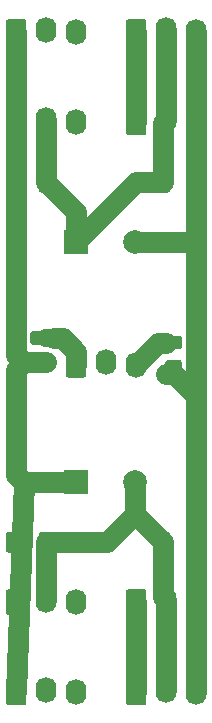
<source format=gbr>
G04 #@! TF.GenerationSoftware,KiCad,Pcbnew,(5.1.5-0-10_14)*
G04 #@! TF.CreationDate,2020-11-05T18:46:50+01:00*
G04 #@! TF.ProjectId,vm000-powerdist,766d3030-302d-4706-9f77-657264697374,rev?*
G04 #@! TF.SameCoordinates,Original*
G04 #@! TF.FileFunction,Copper,L1,Top*
G04 #@! TF.FilePolarity,Positive*
%FSLAX46Y46*%
G04 Gerber Fmt 4.6, Leading zero omitted, Abs format (unit mm)*
G04 Created by KiCad (PCBNEW (5.1.5-0-10_14)) date 2020-11-05 18:46:50*
%MOMM*%
%LPD*%
G04 APERTURE LIST*
%ADD10C,2.000000*%
%ADD11R,2.000000X2.000000*%
%ADD12O,1.740000X2.200000*%
%ADD13C,0.100000*%
%ADD14C,1.800000*%
%ADD15C,1.500000*%
G04 APERTURE END LIST*
D10*
X165020000Y-78740000D03*
D11*
X160020000Y-78740000D03*
D10*
X165020000Y-99060000D03*
D11*
X160020000Y-99060000D03*
D12*
X165100000Y-89100000D03*
X162560000Y-88900000D03*
G04 #@! TA.AperFunction,ComponentPad*
D13*
G36*
X160664505Y-88001204D02*
G01*
X160688773Y-88004804D01*
X160712572Y-88010765D01*
X160735671Y-88019030D01*
X160757850Y-88029520D01*
X160778893Y-88042132D01*
X160798599Y-88056747D01*
X160816777Y-88073223D01*
X160833253Y-88091401D01*
X160847868Y-88111107D01*
X160860480Y-88132150D01*
X160870970Y-88154329D01*
X160879235Y-88177428D01*
X160885196Y-88201227D01*
X160888796Y-88225495D01*
X160890000Y-88249999D01*
X160890000Y-89950001D01*
X160888796Y-89974505D01*
X160885196Y-89998773D01*
X160879235Y-90022572D01*
X160870970Y-90045671D01*
X160860480Y-90067850D01*
X160847868Y-90088893D01*
X160833253Y-90108599D01*
X160816777Y-90126777D01*
X160798599Y-90143253D01*
X160778893Y-90157868D01*
X160757850Y-90170480D01*
X160735671Y-90180970D01*
X160712572Y-90189235D01*
X160688773Y-90195196D01*
X160664505Y-90198796D01*
X160640001Y-90200000D01*
X159399999Y-90200000D01*
X159375495Y-90198796D01*
X159351227Y-90195196D01*
X159327428Y-90189235D01*
X159304329Y-90180970D01*
X159282150Y-90170480D01*
X159261107Y-90157868D01*
X159241401Y-90143253D01*
X159223223Y-90126777D01*
X159206747Y-90108599D01*
X159192132Y-90088893D01*
X159179520Y-90067850D01*
X159169030Y-90045671D01*
X159160765Y-90022572D01*
X159154804Y-89998773D01*
X159151204Y-89974505D01*
X159150000Y-89950001D01*
X159150000Y-88249999D01*
X159151204Y-88225495D01*
X159154804Y-88201227D01*
X159160765Y-88177428D01*
X159169030Y-88154329D01*
X159179520Y-88132150D01*
X159192132Y-88111107D01*
X159206747Y-88091401D01*
X159223223Y-88073223D01*
X159241401Y-88056747D01*
X159261107Y-88042132D01*
X159282150Y-88029520D01*
X159304329Y-88019030D01*
X159327428Y-88010765D01*
X159351227Y-88004804D01*
X159375495Y-88001204D01*
X159399999Y-88000000D01*
X160640001Y-88000000D01*
X160664505Y-88001204D01*
G37*
G04 #@! TD.AperFunction*
D12*
X170180000Y-68580000D03*
X167640000Y-68380000D03*
G04 #@! TA.AperFunction,ComponentPad*
D13*
G36*
X165744505Y-67481204D02*
G01*
X165768773Y-67484804D01*
X165792572Y-67490765D01*
X165815671Y-67499030D01*
X165837850Y-67509520D01*
X165858893Y-67522132D01*
X165878599Y-67536747D01*
X165896777Y-67553223D01*
X165913253Y-67571401D01*
X165927868Y-67591107D01*
X165940480Y-67612150D01*
X165950970Y-67634329D01*
X165959235Y-67657428D01*
X165965196Y-67681227D01*
X165968796Y-67705495D01*
X165970000Y-67729999D01*
X165970000Y-69430001D01*
X165968796Y-69454505D01*
X165965196Y-69478773D01*
X165959235Y-69502572D01*
X165950970Y-69525671D01*
X165940480Y-69547850D01*
X165927868Y-69568893D01*
X165913253Y-69588599D01*
X165896777Y-69606777D01*
X165878599Y-69623253D01*
X165858893Y-69637868D01*
X165837850Y-69650480D01*
X165815671Y-69660970D01*
X165792572Y-69669235D01*
X165768773Y-69675196D01*
X165744505Y-69678796D01*
X165720001Y-69680000D01*
X164479999Y-69680000D01*
X164455495Y-69678796D01*
X164431227Y-69675196D01*
X164407428Y-69669235D01*
X164384329Y-69660970D01*
X164362150Y-69650480D01*
X164341107Y-69637868D01*
X164321401Y-69623253D01*
X164303223Y-69606777D01*
X164286747Y-69588599D01*
X164272132Y-69568893D01*
X164259520Y-69547850D01*
X164249030Y-69525671D01*
X164240765Y-69502572D01*
X164234804Y-69478773D01*
X164231204Y-69454505D01*
X164230000Y-69430001D01*
X164230000Y-67729999D01*
X164231204Y-67705495D01*
X164234804Y-67681227D01*
X164240765Y-67657428D01*
X164249030Y-67634329D01*
X164259520Y-67612150D01*
X164272132Y-67591107D01*
X164286747Y-67571401D01*
X164303223Y-67553223D01*
X164321401Y-67536747D01*
X164341107Y-67522132D01*
X164362150Y-67509520D01*
X164384329Y-67499030D01*
X164407428Y-67490765D01*
X164431227Y-67484804D01*
X164455495Y-67481204D01*
X164479999Y-67480000D01*
X165720001Y-67480000D01*
X165744505Y-67481204D01*
G37*
G04 #@! TD.AperFunction*
D12*
X160020000Y-116840000D03*
X157480000Y-116640000D03*
G04 #@! TA.AperFunction,ComponentPad*
D13*
G36*
X155584505Y-115741204D02*
G01*
X155608773Y-115744804D01*
X155632572Y-115750765D01*
X155655671Y-115759030D01*
X155677850Y-115769520D01*
X155698893Y-115782132D01*
X155718599Y-115796747D01*
X155736777Y-115813223D01*
X155753253Y-115831401D01*
X155767868Y-115851107D01*
X155780480Y-115872150D01*
X155790970Y-115894329D01*
X155799235Y-115917428D01*
X155805196Y-115941227D01*
X155808796Y-115965495D01*
X155810000Y-115989999D01*
X155810000Y-117690001D01*
X155808796Y-117714505D01*
X155805196Y-117738773D01*
X155799235Y-117762572D01*
X155790970Y-117785671D01*
X155780480Y-117807850D01*
X155767868Y-117828893D01*
X155753253Y-117848599D01*
X155736777Y-117866777D01*
X155718599Y-117883253D01*
X155698893Y-117897868D01*
X155677850Y-117910480D01*
X155655671Y-117920970D01*
X155632572Y-117929235D01*
X155608773Y-117935196D01*
X155584505Y-117938796D01*
X155560001Y-117940000D01*
X154319999Y-117940000D01*
X154295495Y-117938796D01*
X154271227Y-117935196D01*
X154247428Y-117929235D01*
X154224329Y-117920970D01*
X154202150Y-117910480D01*
X154181107Y-117897868D01*
X154161401Y-117883253D01*
X154143223Y-117866777D01*
X154126747Y-117848599D01*
X154112132Y-117828893D01*
X154099520Y-117807850D01*
X154089030Y-117785671D01*
X154080765Y-117762572D01*
X154074804Y-117738773D01*
X154071204Y-117714505D01*
X154070000Y-117690001D01*
X154070000Y-115989999D01*
X154071204Y-115965495D01*
X154074804Y-115941227D01*
X154080765Y-115917428D01*
X154089030Y-115894329D01*
X154099520Y-115872150D01*
X154112132Y-115851107D01*
X154126747Y-115831401D01*
X154143223Y-115813223D01*
X154161401Y-115796747D01*
X154181107Y-115782132D01*
X154202150Y-115769520D01*
X154224329Y-115759030D01*
X154247428Y-115750765D01*
X154271227Y-115744804D01*
X154295495Y-115741204D01*
X154319999Y-115740000D01*
X155560001Y-115740000D01*
X155584505Y-115741204D01*
G37*
G04 #@! TD.AperFunction*
D12*
X170180000Y-60960000D03*
X167640000Y-60760000D03*
G04 #@! TA.AperFunction,ComponentPad*
D13*
G36*
X165744505Y-59861204D02*
G01*
X165768773Y-59864804D01*
X165792572Y-59870765D01*
X165815671Y-59879030D01*
X165837850Y-59889520D01*
X165858893Y-59902132D01*
X165878599Y-59916747D01*
X165896777Y-59933223D01*
X165913253Y-59951401D01*
X165927868Y-59971107D01*
X165940480Y-59992150D01*
X165950970Y-60014329D01*
X165959235Y-60037428D01*
X165965196Y-60061227D01*
X165968796Y-60085495D01*
X165970000Y-60109999D01*
X165970000Y-61810001D01*
X165968796Y-61834505D01*
X165965196Y-61858773D01*
X165959235Y-61882572D01*
X165950970Y-61905671D01*
X165940480Y-61927850D01*
X165927868Y-61948893D01*
X165913253Y-61968599D01*
X165896777Y-61986777D01*
X165878599Y-62003253D01*
X165858893Y-62017868D01*
X165837850Y-62030480D01*
X165815671Y-62040970D01*
X165792572Y-62049235D01*
X165768773Y-62055196D01*
X165744505Y-62058796D01*
X165720001Y-62060000D01*
X164479999Y-62060000D01*
X164455495Y-62058796D01*
X164431227Y-62055196D01*
X164407428Y-62049235D01*
X164384329Y-62040970D01*
X164362150Y-62030480D01*
X164341107Y-62017868D01*
X164321401Y-62003253D01*
X164303223Y-61986777D01*
X164286747Y-61968599D01*
X164272132Y-61948893D01*
X164259520Y-61927850D01*
X164249030Y-61905671D01*
X164240765Y-61882572D01*
X164234804Y-61858773D01*
X164231204Y-61834505D01*
X164230000Y-61810001D01*
X164230000Y-60109999D01*
X164231204Y-60085495D01*
X164234804Y-60061227D01*
X164240765Y-60037428D01*
X164249030Y-60014329D01*
X164259520Y-59992150D01*
X164272132Y-59971107D01*
X164286747Y-59951401D01*
X164303223Y-59933223D01*
X164321401Y-59916747D01*
X164341107Y-59902132D01*
X164362150Y-59889520D01*
X164384329Y-59879030D01*
X164407428Y-59870765D01*
X164431227Y-59864804D01*
X164455495Y-59861204D01*
X164479999Y-59860000D01*
X165720001Y-59860000D01*
X165744505Y-59861204D01*
G37*
G04 #@! TD.AperFunction*
D12*
X170180000Y-116840000D03*
X167640000Y-116640000D03*
G04 #@! TA.AperFunction,ComponentPad*
D13*
G36*
X165744505Y-115741204D02*
G01*
X165768773Y-115744804D01*
X165792572Y-115750765D01*
X165815671Y-115759030D01*
X165837850Y-115769520D01*
X165858893Y-115782132D01*
X165878599Y-115796747D01*
X165896777Y-115813223D01*
X165913253Y-115831401D01*
X165927868Y-115851107D01*
X165940480Y-115872150D01*
X165950970Y-115894329D01*
X165959235Y-115917428D01*
X165965196Y-115941227D01*
X165968796Y-115965495D01*
X165970000Y-115989999D01*
X165970000Y-117690001D01*
X165968796Y-117714505D01*
X165965196Y-117738773D01*
X165959235Y-117762572D01*
X165950970Y-117785671D01*
X165940480Y-117807850D01*
X165927868Y-117828893D01*
X165913253Y-117848599D01*
X165896777Y-117866777D01*
X165878599Y-117883253D01*
X165858893Y-117897868D01*
X165837850Y-117910480D01*
X165815671Y-117920970D01*
X165792572Y-117929235D01*
X165768773Y-117935196D01*
X165744505Y-117938796D01*
X165720001Y-117940000D01*
X164479999Y-117940000D01*
X164455495Y-117938796D01*
X164431227Y-117935196D01*
X164407428Y-117929235D01*
X164384329Y-117920970D01*
X164362150Y-117910480D01*
X164341107Y-117897868D01*
X164321401Y-117883253D01*
X164303223Y-117866777D01*
X164286747Y-117848599D01*
X164272132Y-117828893D01*
X164259520Y-117807850D01*
X164249030Y-117785671D01*
X164240765Y-117762572D01*
X164234804Y-117738773D01*
X164231204Y-117714505D01*
X164230000Y-117690001D01*
X164230000Y-115989999D01*
X164231204Y-115965495D01*
X164234804Y-115941227D01*
X164240765Y-115917428D01*
X164249030Y-115894329D01*
X164259520Y-115872150D01*
X164272132Y-115851107D01*
X164286747Y-115831401D01*
X164303223Y-115813223D01*
X164321401Y-115796747D01*
X164341107Y-115782132D01*
X164362150Y-115769520D01*
X164384329Y-115759030D01*
X164407428Y-115750765D01*
X164431227Y-115744804D01*
X164455495Y-115741204D01*
X164479999Y-115740000D01*
X165720001Y-115740000D01*
X165744505Y-115741204D01*
G37*
G04 #@! TD.AperFunction*
D12*
X160020000Y-68580000D03*
X157480000Y-68380000D03*
G04 #@! TA.AperFunction,ComponentPad*
D13*
G36*
X155584505Y-67481204D02*
G01*
X155608773Y-67484804D01*
X155632572Y-67490765D01*
X155655671Y-67499030D01*
X155677850Y-67509520D01*
X155698893Y-67522132D01*
X155718599Y-67536747D01*
X155736777Y-67553223D01*
X155753253Y-67571401D01*
X155767868Y-67591107D01*
X155780480Y-67612150D01*
X155790970Y-67634329D01*
X155799235Y-67657428D01*
X155805196Y-67681227D01*
X155808796Y-67705495D01*
X155810000Y-67729999D01*
X155810000Y-69430001D01*
X155808796Y-69454505D01*
X155805196Y-69478773D01*
X155799235Y-69502572D01*
X155790970Y-69525671D01*
X155780480Y-69547850D01*
X155767868Y-69568893D01*
X155753253Y-69588599D01*
X155736777Y-69606777D01*
X155718599Y-69623253D01*
X155698893Y-69637868D01*
X155677850Y-69650480D01*
X155655671Y-69660970D01*
X155632572Y-69669235D01*
X155608773Y-69675196D01*
X155584505Y-69678796D01*
X155560001Y-69680000D01*
X154319999Y-69680000D01*
X154295495Y-69678796D01*
X154271227Y-69675196D01*
X154247428Y-69669235D01*
X154224329Y-69660970D01*
X154202150Y-69650480D01*
X154181107Y-69637868D01*
X154161401Y-69623253D01*
X154143223Y-69606777D01*
X154126747Y-69588599D01*
X154112132Y-69568893D01*
X154099520Y-69547850D01*
X154089030Y-69525671D01*
X154080765Y-69502572D01*
X154074804Y-69478773D01*
X154071204Y-69454505D01*
X154070000Y-69430001D01*
X154070000Y-67729999D01*
X154071204Y-67705495D01*
X154074804Y-67681227D01*
X154080765Y-67657428D01*
X154089030Y-67634329D01*
X154099520Y-67612150D01*
X154112132Y-67591107D01*
X154126747Y-67571401D01*
X154143223Y-67553223D01*
X154161401Y-67536747D01*
X154181107Y-67522132D01*
X154202150Y-67509520D01*
X154224329Y-67499030D01*
X154247428Y-67490765D01*
X154271227Y-67484804D01*
X154295495Y-67481204D01*
X154319999Y-67480000D01*
X155560001Y-67480000D01*
X155584505Y-67481204D01*
G37*
G04 #@! TD.AperFunction*
D12*
X170180000Y-109220000D03*
X167640000Y-109020000D03*
G04 #@! TA.AperFunction,ComponentPad*
D13*
G36*
X165744505Y-108121204D02*
G01*
X165768773Y-108124804D01*
X165792572Y-108130765D01*
X165815671Y-108139030D01*
X165837850Y-108149520D01*
X165858893Y-108162132D01*
X165878599Y-108176747D01*
X165896777Y-108193223D01*
X165913253Y-108211401D01*
X165927868Y-108231107D01*
X165940480Y-108252150D01*
X165950970Y-108274329D01*
X165959235Y-108297428D01*
X165965196Y-108321227D01*
X165968796Y-108345495D01*
X165970000Y-108369999D01*
X165970000Y-110070001D01*
X165968796Y-110094505D01*
X165965196Y-110118773D01*
X165959235Y-110142572D01*
X165950970Y-110165671D01*
X165940480Y-110187850D01*
X165927868Y-110208893D01*
X165913253Y-110228599D01*
X165896777Y-110246777D01*
X165878599Y-110263253D01*
X165858893Y-110277868D01*
X165837850Y-110290480D01*
X165815671Y-110300970D01*
X165792572Y-110309235D01*
X165768773Y-110315196D01*
X165744505Y-110318796D01*
X165720001Y-110320000D01*
X164479999Y-110320000D01*
X164455495Y-110318796D01*
X164431227Y-110315196D01*
X164407428Y-110309235D01*
X164384329Y-110300970D01*
X164362150Y-110290480D01*
X164341107Y-110277868D01*
X164321401Y-110263253D01*
X164303223Y-110246777D01*
X164286747Y-110228599D01*
X164272132Y-110208893D01*
X164259520Y-110187850D01*
X164249030Y-110165671D01*
X164240765Y-110142572D01*
X164234804Y-110118773D01*
X164231204Y-110094505D01*
X164230000Y-110070001D01*
X164230000Y-108369999D01*
X164231204Y-108345495D01*
X164234804Y-108321227D01*
X164240765Y-108297428D01*
X164249030Y-108274329D01*
X164259520Y-108252150D01*
X164272132Y-108231107D01*
X164286747Y-108211401D01*
X164303223Y-108193223D01*
X164321401Y-108176747D01*
X164341107Y-108162132D01*
X164362150Y-108149520D01*
X164384329Y-108139030D01*
X164407428Y-108130765D01*
X164431227Y-108124804D01*
X164455495Y-108121204D01*
X164479999Y-108120000D01*
X165720001Y-108120000D01*
X165744505Y-108121204D01*
G37*
G04 #@! TD.AperFunction*
D12*
X160020000Y-60960000D03*
X157480000Y-60760000D03*
G04 #@! TA.AperFunction,ComponentPad*
D13*
G36*
X155584505Y-59861204D02*
G01*
X155608773Y-59864804D01*
X155632572Y-59870765D01*
X155655671Y-59879030D01*
X155677850Y-59889520D01*
X155698893Y-59902132D01*
X155718599Y-59916747D01*
X155736777Y-59933223D01*
X155753253Y-59951401D01*
X155767868Y-59971107D01*
X155780480Y-59992150D01*
X155790970Y-60014329D01*
X155799235Y-60037428D01*
X155805196Y-60061227D01*
X155808796Y-60085495D01*
X155810000Y-60109999D01*
X155810000Y-61810001D01*
X155808796Y-61834505D01*
X155805196Y-61858773D01*
X155799235Y-61882572D01*
X155790970Y-61905671D01*
X155780480Y-61927850D01*
X155767868Y-61948893D01*
X155753253Y-61968599D01*
X155736777Y-61986777D01*
X155718599Y-62003253D01*
X155698893Y-62017868D01*
X155677850Y-62030480D01*
X155655671Y-62040970D01*
X155632572Y-62049235D01*
X155608773Y-62055196D01*
X155584505Y-62058796D01*
X155560001Y-62060000D01*
X154319999Y-62060000D01*
X154295495Y-62058796D01*
X154271227Y-62055196D01*
X154247428Y-62049235D01*
X154224329Y-62040970D01*
X154202150Y-62030480D01*
X154181107Y-62017868D01*
X154161401Y-62003253D01*
X154143223Y-61986777D01*
X154126747Y-61968599D01*
X154112132Y-61948893D01*
X154099520Y-61927850D01*
X154089030Y-61905671D01*
X154080765Y-61882572D01*
X154074804Y-61858773D01*
X154071204Y-61834505D01*
X154070000Y-61810001D01*
X154070000Y-60109999D01*
X154071204Y-60085495D01*
X154074804Y-60061227D01*
X154080765Y-60037428D01*
X154089030Y-60014329D01*
X154099520Y-59992150D01*
X154112132Y-59971107D01*
X154126747Y-59951401D01*
X154143223Y-59933223D01*
X154161401Y-59916747D01*
X154181107Y-59902132D01*
X154202150Y-59889520D01*
X154224329Y-59879030D01*
X154247428Y-59870765D01*
X154271227Y-59864804D01*
X154295495Y-59861204D01*
X154319999Y-59860000D01*
X155560001Y-59860000D01*
X155584505Y-59861204D01*
G37*
G04 #@! TD.AperFunction*
D12*
X160020000Y-109220000D03*
X157480000Y-109020000D03*
G04 #@! TA.AperFunction,ComponentPad*
D13*
G36*
X155584505Y-108121204D02*
G01*
X155608773Y-108124804D01*
X155632572Y-108130765D01*
X155655671Y-108139030D01*
X155677850Y-108149520D01*
X155698893Y-108162132D01*
X155718599Y-108176747D01*
X155736777Y-108193223D01*
X155753253Y-108211401D01*
X155767868Y-108231107D01*
X155780480Y-108252150D01*
X155790970Y-108274329D01*
X155799235Y-108297428D01*
X155805196Y-108321227D01*
X155808796Y-108345495D01*
X155810000Y-108369999D01*
X155810000Y-110070001D01*
X155808796Y-110094505D01*
X155805196Y-110118773D01*
X155799235Y-110142572D01*
X155790970Y-110165671D01*
X155780480Y-110187850D01*
X155767868Y-110208893D01*
X155753253Y-110228599D01*
X155736777Y-110246777D01*
X155718599Y-110263253D01*
X155698893Y-110277868D01*
X155677850Y-110290480D01*
X155655671Y-110300970D01*
X155632572Y-110309235D01*
X155608773Y-110315196D01*
X155584505Y-110318796D01*
X155560001Y-110320000D01*
X154319999Y-110320000D01*
X154295495Y-110318796D01*
X154271227Y-110315196D01*
X154247428Y-110309235D01*
X154224329Y-110300970D01*
X154202150Y-110290480D01*
X154181107Y-110277868D01*
X154161401Y-110263253D01*
X154143223Y-110246777D01*
X154126747Y-110228599D01*
X154112132Y-110208893D01*
X154099520Y-110187850D01*
X154089030Y-110165671D01*
X154080765Y-110142572D01*
X154074804Y-110118773D01*
X154071204Y-110094505D01*
X154070000Y-110070001D01*
X154070000Y-108369999D01*
X154071204Y-108345495D01*
X154074804Y-108321227D01*
X154080765Y-108297428D01*
X154089030Y-108274329D01*
X154099520Y-108252150D01*
X154112132Y-108231107D01*
X154126747Y-108211401D01*
X154143223Y-108193223D01*
X154161401Y-108176747D01*
X154181107Y-108162132D01*
X154202150Y-108149520D01*
X154224329Y-108139030D01*
X154247428Y-108130765D01*
X154271227Y-108124804D01*
X154295495Y-108121204D01*
X154319999Y-108120000D01*
X155560001Y-108120000D01*
X155584505Y-108121204D01*
G37*
G04 #@! TD.AperFunction*
G04 #@! TA.AperFunction,SMDPad,CuDef*
G36*
X168749505Y-86666204D02*
G01*
X168773773Y-86669804D01*
X168797572Y-86675765D01*
X168820671Y-86684030D01*
X168842850Y-86694520D01*
X168863893Y-86707132D01*
X168883599Y-86721747D01*
X168901777Y-86738223D01*
X168918253Y-86756401D01*
X168932868Y-86776107D01*
X168945480Y-86797150D01*
X168955970Y-86819329D01*
X168964235Y-86842428D01*
X168970196Y-86866227D01*
X168973796Y-86890495D01*
X168975000Y-86914999D01*
X168975000Y-87565001D01*
X168973796Y-87589505D01*
X168970196Y-87613773D01*
X168964235Y-87637572D01*
X168955970Y-87660671D01*
X168945480Y-87682850D01*
X168932868Y-87703893D01*
X168918253Y-87723599D01*
X168901777Y-87741777D01*
X168883599Y-87758253D01*
X168863893Y-87772868D01*
X168842850Y-87785480D01*
X168820671Y-87795970D01*
X168797572Y-87804235D01*
X168773773Y-87810196D01*
X168749505Y-87813796D01*
X168725001Y-87815000D01*
X167824999Y-87815000D01*
X167800495Y-87813796D01*
X167776227Y-87810196D01*
X167752428Y-87804235D01*
X167729329Y-87795970D01*
X167707150Y-87785480D01*
X167686107Y-87772868D01*
X167666401Y-87758253D01*
X167648223Y-87741777D01*
X167631747Y-87723599D01*
X167617132Y-87703893D01*
X167604520Y-87682850D01*
X167594030Y-87660671D01*
X167585765Y-87637572D01*
X167579804Y-87613773D01*
X167576204Y-87589505D01*
X167575000Y-87565001D01*
X167575000Y-86914999D01*
X167576204Y-86890495D01*
X167579804Y-86866227D01*
X167585765Y-86842428D01*
X167594030Y-86819329D01*
X167604520Y-86797150D01*
X167617132Y-86776107D01*
X167631747Y-86756401D01*
X167648223Y-86738223D01*
X167666401Y-86721747D01*
X167686107Y-86707132D01*
X167707150Y-86694520D01*
X167729329Y-86684030D01*
X167752428Y-86675765D01*
X167776227Y-86669804D01*
X167800495Y-86666204D01*
X167824999Y-86665000D01*
X168725001Y-86665000D01*
X168749505Y-86666204D01*
G37*
G04 #@! TD.AperFunction*
G04 #@! TA.AperFunction,SMDPad,CuDef*
G36*
X168749505Y-88716204D02*
G01*
X168773773Y-88719804D01*
X168797572Y-88725765D01*
X168820671Y-88734030D01*
X168842850Y-88744520D01*
X168863893Y-88757132D01*
X168883599Y-88771747D01*
X168901777Y-88788223D01*
X168918253Y-88806401D01*
X168932868Y-88826107D01*
X168945480Y-88847150D01*
X168955970Y-88869329D01*
X168964235Y-88892428D01*
X168970196Y-88916227D01*
X168973796Y-88940495D01*
X168975000Y-88964999D01*
X168975000Y-89615001D01*
X168973796Y-89639505D01*
X168970196Y-89663773D01*
X168964235Y-89687572D01*
X168955970Y-89710671D01*
X168945480Y-89732850D01*
X168932868Y-89753893D01*
X168918253Y-89773599D01*
X168901777Y-89791777D01*
X168883599Y-89808253D01*
X168863893Y-89822868D01*
X168842850Y-89835480D01*
X168820671Y-89845970D01*
X168797572Y-89854235D01*
X168773773Y-89860196D01*
X168749505Y-89863796D01*
X168725001Y-89865000D01*
X167824999Y-89865000D01*
X167800495Y-89863796D01*
X167776227Y-89860196D01*
X167752428Y-89854235D01*
X167729329Y-89845970D01*
X167707150Y-89835480D01*
X167686107Y-89822868D01*
X167666401Y-89808253D01*
X167648223Y-89791777D01*
X167631747Y-89773599D01*
X167617132Y-89753893D01*
X167604520Y-89732850D01*
X167594030Y-89710671D01*
X167585765Y-89687572D01*
X167579804Y-89663773D01*
X167576204Y-89639505D01*
X167575000Y-89615001D01*
X167575000Y-88964999D01*
X167576204Y-88940495D01*
X167579804Y-88916227D01*
X167585765Y-88892428D01*
X167594030Y-88869329D01*
X167604520Y-88847150D01*
X167617132Y-88826107D01*
X167631747Y-88806401D01*
X167648223Y-88788223D01*
X167666401Y-88771747D01*
X167686107Y-88757132D01*
X167707150Y-88744520D01*
X167729329Y-88734030D01*
X167752428Y-88725765D01*
X167776227Y-88719804D01*
X167800495Y-88716204D01*
X167824999Y-88715000D01*
X168725001Y-88715000D01*
X168749505Y-88716204D01*
G37*
G04 #@! TD.AperFunction*
G04 #@! TA.AperFunction,SMDPad,CuDef*
G36*
X157319505Y-86276204D02*
G01*
X157343773Y-86279804D01*
X157367572Y-86285765D01*
X157390671Y-86294030D01*
X157412850Y-86304520D01*
X157433893Y-86317132D01*
X157453599Y-86331747D01*
X157471777Y-86348223D01*
X157488253Y-86366401D01*
X157502868Y-86386107D01*
X157515480Y-86407150D01*
X157525970Y-86429329D01*
X157534235Y-86452428D01*
X157540196Y-86476227D01*
X157543796Y-86500495D01*
X157545000Y-86524999D01*
X157545000Y-87175001D01*
X157543796Y-87199505D01*
X157540196Y-87223773D01*
X157534235Y-87247572D01*
X157525970Y-87270671D01*
X157515480Y-87292850D01*
X157502868Y-87313893D01*
X157488253Y-87333599D01*
X157471777Y-87351777D01*
X157453599Y-87368253D01*
X157433893Y-87382868D01*
X157412850Y-87395480D01*
X157390671Y-87405970D01*
X157367572Y-87414235D01*
X157343773Y-87420196D01*
X157319505Y-87423796D01*
X157295001Y-87425000D01*
X156394999Y-87425000D01*
X156370495Y-87423796D01*
X156346227Y-87420196D01*
X156322428Y-87414235D01*
X156299329Y-87405970D01*
X156277150Y-87395480D01*
X156256107Y-87382868D01*
X156236401Y-87368253D01*
X156218223Y-87351777D01*
X156201747Y-87333599D01*
X156187132Y-87313893D01*
X156174520Y-87292850D01*
X156164030Y-87270671D01*
X156155765Y-87247572D01*
X156149804Y-87223773D01*
X156146204Y-87199505D01*
X156145000Y-87175001D01*
X156145000Y-86524999D01*
X156146204Y-86500495D01*
X156149804Y-86476227D01*
X156155765Y-86452428D01*
X156164030Y-86429329D01*
X156174520Y-86407150D01*
X156187132Y-86386107D01*
X156201747Y-86366401D01*
X156218223Y-86348223D01*
X156236401Y-86331747D01*
X156256107Y-86317132D01*
X156277150Y-86304520D01*
X156299329Y-86294030D01*
X156322428Y-86285765D01*
X156346227Y-86279804D01*
X156370495Y-86276204D01*
X156394999Y-86275000D01*
X157295001Y-86275000D01*
X157319505Y-86276204D01*
G37*
G04 #@! TD.AperFunction*
G04 #@! TA.AperFunction,SMDPad,CuDef*
G36*
X157319505Y-88326204D02*
G01*
X157343773Y-88329804D01*
X157367572Y-88335765D01*
X157390671Y-88344030D01*
X157412850Y-88354520D01*
X157433893Y-88367132D01*
X157453599Y-88381747D01*
X157471777Y-88398223D01*
X157488253Y-88416401D01*
X157502868Y-88436107D01*
X157515480Y-88457150D01*
X157525970Y-88479329D01*
X157534235Y-88502428D01*
X157540196Y-88526227D01*
X157543796Y-88550495D01*
X157545000Y-88574999D01*
X157545000Y-89225001D01*
X157543796Y-89249505D01*
X157540196Y-89273773D01*
X157534235Y-89297572D01*
X157525970Y-89320671D01*
X157515480Y-89342850D01*
X157502868Y-89363893D01*
X157488253Y-89383599D01*
X157471777Y-89401777D01*
X157453599Y-89418253D01*
X157433893Y-89432868D01*
X157412850Y-89445480D01*
X157390671Y-89455970D01*
X157367572Y-89464235D01*
X157343773Y-89470196D01*
X157319505Y-89473796D01*
X157295001Y-89475000D01*
X156394999Y-89475000D01*
X156370495Y-89473796D01*
X156346227Y-89470196D01*
X156322428Y-89464235D01*
X156299329Y-89455970D01*
X156277150Y-89445480D01*
X156256107Y-89432868D01*
X156236401Y-89418253D01*
X156218223Y-89401777D01*
X156201747Y-89383599D01*
X156187132Y-89363893D01*
X156174520Y-89342850D01*
X156164030Y-89320671D01*
X156155765Y-89297572D01*
X156149804Y-89273773D01*
X156146204Y-89249505D01*
X156145000Y-89225001D01*
X156145000Y-88574999D01*
X156146204Y-88550495D01*
X156149804Y-88526227D01*
X156155765Y-88502428D01*
X156164030Y-88479329D01*
X156174520Y-88457150D01*
X156187132Y-88436107D01*
X156201747Y-88416401D01*
X156218223Y-88398223D01*
X156236401Y-88381747D01*
X156256107Y-88367132D01*
X156277150Y-88354520D01*
X156299329Y-88344030D01*
X156322428Y-88335765D01*
X156346227Y-88329804D01*
X156370495Y-88326204D01*
X156394999Y-88325000D01*
X157295001Y-88325000D01*
X157319505Y-88326204D01*
G37*
G04 #@! TD.AperFunction*
G04 #@! TA.AperFunction,SMDPad,CuDef*
G36*
X170579504Y-103266204D02*
G01*
X170603773Y-103269804D01*
X170627571Y-103275765D01*
X170650671Y-103284030D01*
X170672849Y-103294520D01*
X170693893Y-103307133D01*
X170713598Y-103321747D01*
X170731777Y-103338223D01*
X170748253Y-103356402D01*
X170762867Y-103376107D01*
X170775480Y-103397151D01*
X170785970Y-103419329D01*
X170794235Y-103442429D01*
X170800196Y-103466227D01*
X170803796Y-103490496D01*
X170805000Y-103515000D01*
X170805000Y-104765000D01*
X170803796Y-104789504D01*
X170800196Y-104813773D01*
X170794235Y-104837571D01*
X170785970Y-104860671D01*
X170775480Y-104882849D01*
X170762867Y-104903893D01*
X170748253Y-104923598D01*
X170731777Y-104941777D01*
X170713598Y-104958253D01*
X170693893Y-104972867D01*
X170672849Y-104985480D01*
X170650671Y-104995970D01*
X170627571Y-105004235D01*
X170603773Y-105010196D01*
X170579504Y-105013796D01*
X170555000Y-105015000D01*
X169805000Y-105015000D01*
X169780496Y-105013796D01*
X169756227Y-105010196D01*
X169732429Y-105004235D01*
X169709329Y-104995970D01*
X169687151Y-104985480D01*
X169666107Y-104972867D01*
X169646402Y-104958253D01*
X169628223Y-104941777D01*
X169611747Y-104923598D01*
X169597133Y-104903893D01*
X169584520Y-104882849D01*
X169574030Y-104860671D01*
X169565765Y-104837571D01*
X169559804Y-104813773D01*
X169556204Y-104789504D01*
X169555000Y-104765000D01*
X169555000Y-103515000D01*
X169556204Y-103490496D01*
X169559804Y-103466227D01*
X169565765Y-103442429D01*
X169574030Y-103419329D01*
X169584520Y-103397151D01*
X169597133Y-103376107D01*
X169611747Y-103356402D01*
X169628223Y-103338223D01*
X169646402Y-103321747D01*
X169666107Y-103307133D01*
X169687151Y-103294520D01*
X169709329Y-103284030D01*
X169732429Y-103275765D01*
X169756227Y-103269804D01*
X169780496Y-103266204D01*
X169805000Y-103265000D01*
X170555000Y-103265000D01*
X170579504Y-103266204D01*
G37*
G04 #@! TD.AperFunction*
G04 #@! TA.AperFunction,SMDPad,CuDef*
G36*
X167779504Y-103266204D02*
G01*
X167803773Y-103269804D01*
X167827571Y-103275765D01*
X167850671Y-103284030D01*
X167872849Y-103294520D01*
X167893893Y-103307133D01*
X167913598Y-103321747D01*
X167931777Y-103338223D01*
X167948253Y-103356402D01*
X167962867Y-103376107D01*
X167975480Y-103397151D01*
X167985970Y-103419329D01*
X167994235Y-103442429D01*
X168000196Y-103466227D01*
X168003796Y-103490496D01*
X168005000Y-103515000D01*
X168005000Y-104765000D01*
X168003796Y-104789504D01*
X168000196Y-104813773D01*
X167994235Y-104837571D01*
X167985970Y-104860671D01*
X167975480Y-104882849D01*
X167962867Y-104903893D01*
X167948253Y-104923598D01*
X167931777Y-104941777D01*
X167913598Y-104958253D01*
X167893893Y-104972867D01*
X167872849Y-104985480D01*
X167850671Y-104995970D01*
X167827571Y-105004235D01*
X167803773Y-105010196D01*
X167779504Y-105013796D01*
X167755000Y-105015000D01*
X167005000Y-105015000D01*
X166980496Y-105013796D01*
X166956227Y-105010196D01*
X166932429Y-105004235D01*
X166909329Y-104995970D01*
X166887151Y-104985480D01*
X166866107Y-104972867D01*
X166846402Y-104958253D01*
X166828223Y-104941777D01*
X166811747Y-104923598D01*
X166797133Y-104903893D01*
X166784520Y-104882849D01*
X166774030Y-104860671D01*
X166765765Y-104837571D01*
X166759804Y-104813773D01*
X166756204Y-104789504D01*
X166755000Y-104765000D01*
X166755000Y-103515000D01*
X166756204Y-103490496D01*
X166759804Y-103466227D01*
X166765765Y-103442429D01*
X166774030Y-103419329D01*
X166784520Y-103397151D01*
X166797133Y-103376107D01*
X166811747Y-103356402D01*
X166828223Y-103338223D01*
X166846402Y-103321747D01*
X166866107Y-103307133D01*
X166887151Y-103294520D01*
X166909329Y-103284030D01*
X166932429Y-103275765D01*
X166956227Y-103269804D01*
X166980496Y-103266204D01*
X167005000Y-103265000D01*
X167755000Y-103265000D01*
X167779504Y-103266204D01*
G37*
G04 #@! TD.AperFunction*
G04 #@! TA.AperFunction,SMDPad,CuDef*
G36*
X170579504Y-72786204D02*
G01*
X170603773Y-72789804D01*
X170627571Y-72795765D01*
X170650671Y-72804030D01*
X170672849Y-72814520D01*
X170693893Y-72827133D01*
X170713598Y-72841747D01*
X170731777Y-72858223D01*
X170748253Y-72876402D01*
X170762867Y-72896107D01*
X170775480Y-72917151D01*
X170785970Y-72939329D01*
X170794235Y-72962429D01*
X170800196Y-72986227D01*
X170803796Y-73010496D01*
X170805000Y-73035000D01*
X170805000Y-74285000D01*
X170803796Y-74309504D01*
X170800196Y-74333773D01*
X170794235Y-74357571D01*
X170785970Y-74380671D01*
X170775480Y-74402849D01*
X170762867Y-74423893D01*
X170748253Y-74443598D01*
X170731777Y-74461777D01*
X170713598Y-74478253D01*
X170693893Y-74492867D01*
X170672849Y-74505480D01*
X170650671Y-74515970D01*
X170627571Y-74524235D01*
X170603773Y-74530196D01*
X170579504Y-74533796D01*
X170555000Y-74535000D01*
X169805000Y-74535000D01*
X169780496Y-74533796D01*
X169756227Y-74530196D01*
X169732429Y-74524235D01*
X169709329Y-74515970D01*
X169687151Y-74505480D01*
X169666107Y-74492867D01*
X169646402Y-74478253D01*
X169628223Y-74461777D01*
X169611747Y-74443598D01*
X169597133Y-74423893D01*
X169584520Y-74402849D01*
X169574030Y-74380671D01*
X169565765Y-74357571D01*
X169559804Y-74333773D01*
X169556204Y-74309504D01*
X169555000Y-74285000D01*
X169555000Y-73035000D01*
X169556204Y-73010496D01*
X169559804Y-72986227D01*
X169565765Y-72962429D01*
X169574030Y-72939329D01*
X169584520Y-72917151D01*
X169597133Y-72896107D01*
X169611747Y-72876402D01*
X169628223Y-72858223D01*
X169646402Y-72841747D01*
X169666107Y-72827133D01*
X169687151Y-72814520D01*
X169709329Y-72804030D01*
X169732429Y-72795765D01*
X169756227Y-72789804D01*
X169780496Y-72786204D01*
X169805000Y-72785000D01*
X170555000Y-72785000D01*
X170579504Y-72786204D01*
G37*
G04 #@! TD.AperFunction*
G04 #@! TA.AperFunction,SMDPad,CuDef*
G36*
X167779504Y-72786204D02*
G01*
X167803773Y-72789804D01*
X167827571Y-72795765D01*
X167850671Y-72804030D01*
X167872849Y-72814520D01*
X167893893Y-72827133D01*
X167913598Y-72841747D01*
X167931777Y-72858223D01*
X167948253Y-72876402D01*
X167962867Y-72896107D01*
X167975480Y-72917151D01*
X167985970Y-72939329D01*
X167994235Y-72962429D01*
X168000196Y-72986227D01*
X168003796Y-73010496D01*
X168005000Y-73035000D01*
X168005000Y-74285000D01*
X168003796Y-74309504D01*
X168000196Y-74333773D01*
X167994235Y-74357571D01*
X167985970Y-74380671D01*
X167975480Y-74402849D01*
X167962867Y-74423893D01*
X167948253Y-74443598D01*
X167931777Y-74461777D01*
X167913598Y-74478253D01*
X167893893Y-74492867D01*
X167872849Y-74505480D01*
X167850671Y-74515970D01*
X167827571Y-74524235D01*
X167803773Y-74530196D01*
X167779504Y-74533796D01*
X167755000Y-74535000D01*
X167005000Y-74535000D01*
X166980496Y-74533796D01*
X166956227Y-74530196D01*
X166932429Y-74524235D01*
X166909329Y-74515970D01*
X166887151Y-74505480D01*
X166866107Y-74492867D01*
X166846402Y-74478253D01*
X166828223Y-74461777D01*
X166811747Y-74443598D01*
X166797133Y-74423893D01*
X166784520Y-74402849D01*
X166774030Y-74380671D01*
X166765765Y-74357571D01*
X166759804Y-74333773D01*
X166756204Y-74309504D01*
X166755000Y-74285000D01*
X166755000Y-73035000D01*
X166756204Y-73010496D01*
X166759804Y-72986227D01*
X166765765Y-72962429D01*
X166774030Y-72939329D01*
X166784520Y-72917151D01*
X166797133Y-72896107D01*
X166811747Y-72876402D01*
X166828223Y-72858223D01*
X166846402Y-72841747D01*
X166866107Y-72827133D01*
X166887151Y-72814520D01*
X166909329Y-72804030D01*
X166932429Y-72795765D01*
X166956227Y-72789804D01*
X166980496Y-72786204D01*
X167005000Y-72785000D01*
X167755000Y-72785000D01*
X167779504Y-72786204D01*
G37*
G04 #@! TD.AperFunction*
G04 #@! TA.AperFunction,SMDPad,CuDef*
G36*
X157879504Y-103266204D02*
G01*
X157903773Y-103269804D01*
X157927571Y-103275765D01*
X157950671Y-103284030D01*
X157972849Y-103294520D01*
X157993893Y-103307133D01*
X158013598Y-103321747D01*
X158031777Y-103338223D01*
X158048253Y-103356402D01*
X158062867Y-103376107D01*
X158075480Y-103397151D01*
X158085970Y-103419329D01*
X158094235Y-103442429D01*
X158100196Y-103466227D01*
X158103796Y-103490496D01*
X158105000Y-103515000D01*
X158105000Y-104765000D01*
X158103796Y-104789504D01*
X158100196Y-104813773D01*
X158094235Y-104837571D01*
X158085970Y-104860671D01*
X158075480Y-104882849D01*
X158062867Y-104903893D01*
X158048253Y-104923598D01*
X158031777Y-104941777D01*
X158013598Y-104958253D01*
X157993893Y-104972867D01*
X157972849Y-104985480D01*
X157950671Y-104995970D01*
X157927571Y-105004235D01*
X157903773Y-105010196D01*
X157879504Y-105013796D01*
X157855000Y-105015000D01*
X157105000Y-105015000D01*
X157080496Y-105013796D01*
X157056227Y-105010196D01*
X157032429Y-105004235D01*
X157009329Y-104995970D01*
X156987151Y-104985480D01*
X156966107Y-104972867D01*
X156946402Y-104958253D01*
X156928223Y-104941777D01*
X156911747Y-104923598D01*
X156897133Y-104903893D01*
X156884520Y-104882849D01*
X156874030Y-104860671D01*
X156865765Y-104837571D01*
X156859804Y-104813773D01*
X156856204Y-104789504D01*
X156855000Y-104765000D01*
X156855000Y-103515000D01*
X156856204Y-103490496D01*
X156859804Y-103466227D01*
X156865765Y-103442429D01*
X156874030Y-103419329D01*
X156884520Y-103397151D01*
X156897133Y-103376107D01*
X156911747Y-103356402D01*
X156928223Y-103338223D01*
X156946402Y-103321747D01*
X156966107Y-103307133D01*
X156987151Y-103294520D01*
X157009329Y-103284030D01*
X157032429Y-103275765D01*
X157056227Y-103269804D01*
X157080496Y-103266204D01*
X157105000Y-103265000D01*
X157855000Y-103265000D01*
X157879504Y-103266204D01*
G37*
G04 #@! TD.AperFunction*
G04 #@! TA.AperFunction,SMDPad,CuDef*
G36*
X155079504Y-103266204D02*
G01*
X155103773Y-103269804D01*
X155127571Y-103275765D01*
X155150671Y-103284030D01*
X155172849Y-103294520D01*
X155193893Y-103307133D01*
X155213598Y-103321747D01*
X155231777Y-103338223D01*
X155248253Y-103356402D01*
X155262867Y-103376107D01*
X155275480Y-103397151D01*
X155285970Y-103419329D01*
X155294235Y-103442429D01*
X155300196Y-103466227D01*
X155303796Y-103490496D01*
X155305000Y-103515000D01*
X155305000Y-104765000D01*
X155303796Y-104789504D01*
X155300196Y-104813773D01*
X155294235Y-104837571D01*
X155285970Y-104860671D01*
X155275480Y-104882849D01*
X155262867Y-104903893D01*
X155248253Y-104923598D01*
X155231777Y-104941777D01*
X155213598Y-104958253D01*
X155193893Y-104972867D01*
X155172849Y-104985480D01*
X155150671Y-104995970D01*
X155127571Y-105004235D01*
X155103773Y-105010196D01*
X155079504Y-105013796D01*
X155055000Y-105015000D01*
X154305000Y-105015000D01*
X154280496Y-105013796D01*
X154256227Y-105010196D01*
X154232429Y-105004235D01*
X154209329Y-104995970D01*
X154187151Y-104985480D01*
X154166107Y-104972867D01*
X154146402Y-104958253D01*
X154128223Y-104941777D01*
X154111747Y-104923598D01*
X154097133Y-104903893D01*
X154084520Y-104882849D01*
X154074030Y-104860671D01*
X154065765Y-104837571D01*
X154059804Y-104813773D01*
X154056204Y-104789504D01*
X154055000Y-104765000D01*
X154055000Y-103515000D01*
X154056204Y-103490496D01*
X154059804Y-103466227D01*
X154065765Y-103442429D01*
X154074030Y-103419329D01*
X154084520Y-103397151D01*
X154097133Y-103376107D01*
X154111747Y-103356402D01*
X154128223Y-103338223D01*
X154146402Y-103321747D01*
X154166107Y-103307133D01*
X154187151Y-103294520D01*
X154209329Y-103284030D01*
X154232429Y-103275765D01*
X154256227Y-103269804D01*
X154280496Y-103266204D01*
X154305000Y-103265000D01*
X155055000Y-103265000D01*
X155079504Y-103266204D01*
G37*
G04 #@! TD.AperFunction*
G04 #@! TA.AperFunction,SMDPad,CuDef*
G36*
X157879504Y-72786204D02*
G01*
X157903773Y-72789804D01*
X157927571Y-72795765D01*
X157950671Y-72804030D01*
X157972849Y-72814520D01*
X157993893Y-72827133D01*
X158013598Y-72841747D01*
X158031777Y-72858223D01*
X158048253Y-72876402D01*
X158062867Y-72896107D01*
X158075480Y-72917151D01*
X158085970Y-72939329D01*
X158094235Y-72962429D01*
X158100196Y-72986227D01*
X158103796Y-73010496D01*
X158105000Y-73035000D01*
X158105000Y-74285000D01*
X158103796Y-74309504D01*
X158100196Y-74333773D01*
X158094235Y-74357571D01*
X158085970Y-74380671D01*
X158075480Y-74402849D01*
X158062867Y-74423893D01*
X158048253Y-74443598D01*
X158031777Y-74461777D01*
X158013598Y-74478253D01*
X157993893Y-74492867D01*
X157972849Y-74505480D01*
X157950671Y-74515970D01*
X157927571Y-74524235D01*
X157903773Y-74530196D01*
X157879504Y-74533796D01*
X157855000Y-74535000D01*
X157105000Y-74535000D01*
X157080496Y-74533796D01*
X157056227Y-74530196D01*
X157032429Y-74524235D01*
X157009329Y-74515970D01*
X156987151Y-74505480D01*
X156966107Y-74492867D01*
X156946402Y-74478253D01*
X156928223Y-74461777D01*
X156911747Y-74443598D01*
X156897133Y-74423893D01*
X156884520Y-74402849D01*
X156874030Y-74380671D01*
X156865765Y-74357571D01*
X156859804Y-74333773D01*
X156856204Y-74309504D01*
X156855000Y-74285000D01*
X156855000Y-73035000D01*
X156856204Y-73010496D01*
X156859804Y-72986227D01*
X156865765Y-72962429D01*
X156874030Y-72939329D01*
X156884520Y-72917151D01*
X156897133Y-72896107D01*
X156911747Y-72876402D01*
X156928223Y-72858223D01*
X156946402Y-72841747D01*
X156966107Y-72827133D01*
X156987151Y-72814520D01*
X157009329Y-72804030D01*
X157032429Y-72795765D01*
X157056227Y-72789804D01*
X157080496Y-72786204D01*
X157105000Y-72785000D01*
X157855000Y-72785000D01*
X157879504Y-72786204D01*
G37*
G04 #@! TD.AperFunction*
G04 #@! TA.AperFunction,SMDPad,CuDef*
G36*
X155079504Y-72786204D02*
G01*
X155103773Y-72789804D01*
X155127571Y-72795765D01*
X155150671Y-72804030D01*
X155172849Y-72814520D01*
X155193893Y-72827133D01*
X155213598Y-72841747D01*
X155231777Y-72858223D01*
X155248253Y-72876402D01*
X155262867Y-72896107D01*
X155275480Y-72917151D01*
X155285970Y-72939329D01*
X155294235Y-72962429D01*
X155300196Y-72986227D01*
X155303796Y-73010496D01*
X155305000Y-73035000D01*
X155305000Y-74285000D01*
X155303796Y-74309504D01*
X155300196Y-74333773D01*
X155294235Y-74357571D01*
X155285970Y-74380671D01*
X155275480Y-74402849D01*
X155262867Y-74423893D01*
X155248253Y-74443598D01*
X155231777Y-74461777D01*
X155213598Y-74478253D01*
X155193893Y-74492867D01*
X155172849Y-74505480D01*
X155150671Y-74515970D01*
X155127571Y-74524235D01*
X155103773Y-74530196D01*
X155079504Y-74533796D01*
X155055000Y-74535000D01*
X154305000Y-74535000D01*
X154280496Y-74533796D01*
X154256227Y-74530196D01*
X154232429Y-74524235D01*
X154209329Y-74515970D01*
X154187151Y-74505480D01*
X154166107Y-74492867D01*
X154146402Y-74478253D01*
X154128223Y-74461777D01*
X154111747Y-74443598D01*
X154097133Y-74423893D01*
X154084520Y-74402849D01*
X154074030Y-74380671D01*
X154065765Y-74357571D01*
X154059804Y-74333773D01*
X154056204Y-74309504D01*
X154055000Y-74285000D01*
X154055000Y-73035000D01*
X154056204Y-73010496D01*
X154059804Y-72986227D01*
X154065765Y-72962429D01*
X154074030Y-72939329D01*
X154084520Y-72917151D01*
X154097133Y-72896107D01*
X154111747Y-72876402D01*
X154128223Y-72858223D01*
X154146402Y-72841747D01*
X154166107Y-72827133D01*
X154187151Y-72814520D01*
X154209329Y-72804030D01*
X154232429Y-72795765D01*
X154256227Y-72789804D01*
X154280496Y-72786204D01*
X154305000Y-72785000D01*
X155055000Y-72785000D01*
X155079504Y-72786204D01*
G37*
G04 #@! TD.AperFunction*
D14*
X160020000Y-76200000D02*
X157480000Y-73660000D01*
X160020000Y-78740000D02*
X160020000Y-76200000D01*
X157480000Y-73660000D02*
X157480000Y-68380000D01*
X165100000Y-73660000D02*
X167380000Y-73660000D01*
X160020000Y-78740000D02*
X165100000Y-73660000D01*
X167380000Y-68640000D02*
X167640000Y-68380000D01*
X167380000Y-73660000D02*
X167380000Y-68640000D01*
X167640000Y-68380000D02*
X167640000Y-60760000D01*
X165020000Y-101780000D02*
X167380000Y-104140000D01*
X165020000Y-99060000D02*
X165020000Y-101780000D01*
X167380000Y-108760000D02*
X167640000Y-109020000D01*
X167380000Y-104140000D02*
X167380000Y-108760000D01*
X167640000Y-116212926D02*
X167640000Y-116640000D01*
X167640000Y-109020000D02*
X167640000Y-116212926D01*
X162660000Y-104140000D02*
X157480000Y-104140000D01*
X165020000Y-101780000D02*
X162660000Y-104140000D01*
X157480000Y-104140000D02*
X157480000Y-109020000D01*
X165100000Y-116840000D02*
X165100000Y-109220000D01*
X157520000Y-99060000D02*
X155575000Y-99060000D01*
X155575000Y-99060000D02*
X154940000Y-116840000D01*
X160020000Y-99060000D02*
X157520000Y-99060000D01*
X157480000Y-88900000D02*
X155575000Y-88900000D01*
X165100000Y-60960000D02*
X165100000Y-68580000D01*
X154940000Y-88265000D02*
X155575000Y-88900000D01*
X154940000Y-60960000D02*
X154940000Y-88265000D01*
X154940000Y-98425000D02*
X155575000Y-99060000D01*
X154940000Y-89535000D02*
X154940000Y-98425000D01*
X155575000Y-88900000D02*
X154940000Y-89535000D01*
X170180000Y-116840000D02*
X170180000Y-109220000D01*
X170180000Y-109220000D02*
X170180000Y-104140000D01*
X168340000Y-89925000D02*
X167640000Y-89925000D01*
X170180000Y-91765000D02*
X168340000Y-89925000D01*
X170180000Y-104140000D02*
X170180000Y-91765000D01*
X170180000Y-78740000D02*
X165020000Y-78740000D01*
X170180000Y-60960000D02*
X170180000Y-78740000D01*
X170180000Y-78740000D02*
X170180000Y-91765000D01*
D15*
X158180000Y-86850000D02*
X157480000Y-86850000D01*
D14*
X158870000Y-86850000D02*
X158180000Y-86850000D01*
X160020000Y-88000000D02*
X158870000Y-86850000D01*
X160020000Y-89100000D02*
X160020000Y-88000000D01*
X166960000Y-87240000D02*
X167640000Y-87240000D01*
X165100000Y-89100000D02*
X166960000Y-87240000D01*
M02*

</source>
